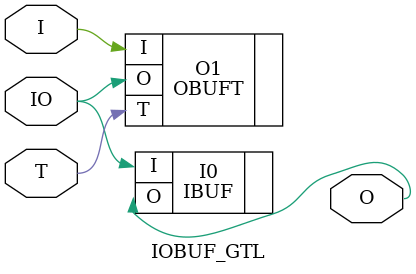
<source format=v>


`timescale  1 ps / 1 ps


module IOBUF_GTL (O, IO, I, T);

    output O;

    inout  IO;

    input  I, T;

        OBUFT #(.IOSTANDARD("GTL") ) O1 (.O(IO), .I(I), .T(T)); 
	IBUF #(.IOSTANDARD("GTL"))  I0 (.O(O), .I(IO));
        

endmodule



</source>
